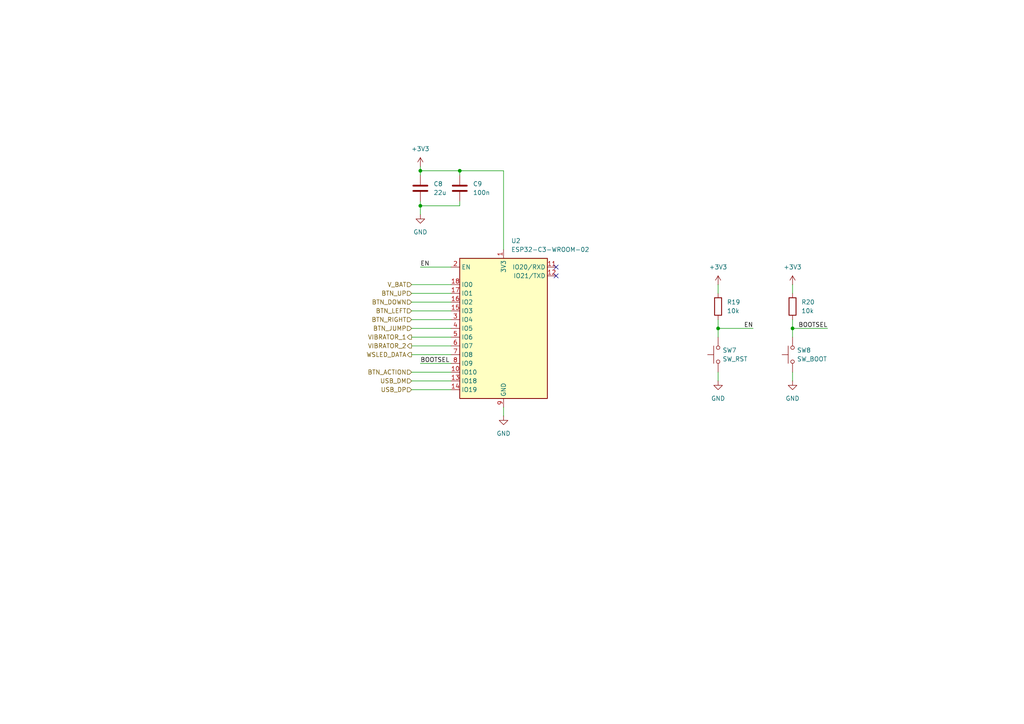
<source format=kicad_sch>
(kicad_sch (version 20231120) (generator "eeschema") (generator_version "8.0")
  (paper "A4")
  (lib_symbols
    (symbol "Device:C" (pin_numbers hide) (pin_names (offset 0.254))
      (property "Reference" "C" (at 0.635 2.54 0))
      (property "Value" "C" (at 0.635 -2.54 0))
      (symbol "C_0_1"
        (polyline (pts (xy -2.032 -0.762) (xy 2.032 -0.762)) (stroke (width 0.508)))
        (polyline (pts (xy -2.032 0.762) (xy 2.032 0.762)) (stroke (width 0.508)))
      )
      (symbol "C_1_1"
        (pin passive line (at 0 3.81 270) (length 2.794) (name "~") (number "1"))
        (pin passive line (at 0 -3.81 90) (length 2.794) (name "~") (number "2"))
      )
    )
    (symbol "Device:R" (pin_numbers hide) (pin_names (offset 0))
      (property "Reference" "R" (at 2.032 0 90))
      (property "Value" "R" (at 0 0 90))
      (symbol "R_0_1"
        (rectangle (start -1.016 -2.54) (end 1.016 2.54) (stroke (width 0.254)))
      )
      (symbol "R_1_1"
        (pin passive line (at 0 3.81 270) (length 1.27) (name "~") (number "1"))
        (pin passive line (at 0 -3.81 90) (length 1.27) (name "~") (number "2"))
      )
    )
    (symbol "RF_Module:ESP32-C3-WROOM-02"
      (property "Reference" "U" (at -12.192 21.336 0))
      (property "Value" "ESP32-C3-WROOM-02" (at 12.192 21.336 0))
      (symbol "ESP32-C3-WROOM-02_1_1"
        (rectangle (start -12.7 20.32) (end 12.7 -20.32) (stroke (width 0.254)) (fill (type background)))
        (pin power_in line (at 0 22.86 270) (length 2.54) (name "3V3") (number "1"))
        (pin bidirectional line (at -15.24 -12.7 0) (length 2.54) (name "IO10") (number "10"))
        (pin bidirectional line (at 15.24 17.78 180) (length 2.54) (name "IO20/RXD") (number "11"))
        (pin bidirectional line (at 15.24 15.24 180) (length 2.54) (name "IO21/TXD") (number "12"))
        (pin bidirectional line (at -15.24 -15.24 0) (length 2.54) (name "IO18") (number "13"))
        (pin bidirectional line (at -15.24 -17.78 0) (length 2.54) (name "IO19") (number "14"))
        (pin bidirectional line (at -15.24 5.08 0) (length 2.54) (name "IO3") (number "15"))
        (pin bidirectional line (at -15.24 7.62 0) (length 2.54) (name "IO2") (number "16"))
        (pin bidirectional line (at -15.24 10.16 0) (length 2.54) (name "IO1") (number "17"))
        (pin bidirectional line (at -15.24 12.7 0) (length 2.54) (name "IO0") (number "18"))
        (pin passive line (at 0 -22.86 90) (length 2.54) hide (name "GND") (number "19"))
        (pin input line (at -15.24 17.78 0) (length 2.54) (name "EN") (number "2"))
        (pin bidirectional line (at -15.24 2.54 0) (length 2.54) (name "IO4") (number "3"))
        (pin bidirectional line (at -15.24 0 0) (length 2.54) (name "IO5") (number "4"))
        (pin bidirectional line (at -15.24 -2.54 0) (length 2.54) (name "IO6") (number "5"))
        (pin bidirectional line (at -15.24 -5.08 0) (length 2.54) (name "IO7") (number "6"))
        (pin bidirectional line (at -15.24 -7.62 0) (length 2.54) (name "IO8") (number "7"))
        (pin bidirectional line (at -15.24 -10.16 0) (length 2.54) (name "IO9") (number "8"))
        (pin power_in line (at 0 -22.86 90) (length 2.54) (name "GND") (number "9"))
      )
    )
    (symbol "Switch:SW_Push" (pin_numbers hide) (pin_names (offset 1.016) hide)
      (property "Reference" "SW" (at 1.27 2.54 0))
      (property "Value" "SW_Push" (at 0 -1.524 0))
      (symbol "SW_Push_0_1"
        (circle (center -2.032 0) (radius 0.508))
        (polyline (pts (xy 0 1.27) (xy 0 3.048)))
        (polyline (pts (xy 2.54 1.27) (xy -2.54 1.27)))
        (circle (center 2.032 0) (radius 0.508))
        (pin passive line (at -5.08 0 0) (length 2.54) (name "1") (number "1"))
        (pin passive line (at 5.08 0 180) (length 2.54) (name "2") (number "2"))
      )
    )
    (symbol "power:+3V3" (power) (pin_numbers hide) (pin_names (offset 0) hide)
      (property "Value" "+3V3" (at 0 3.556 0))
      (symbol "+3V3_0_1"
        (polyline (pts (xy -0.762 1.27) (xy 0 2.54)))
        (polyline (pts (xy 0 0) (xy 0 2.54)))
        (polyline (pts (xy 0 2.54) (xy 0.762 1.27)))
      )
      (symbol "+3V3_1_1"
        (pin power_in line (at 0 0 90) (length 0) (name "~") (number "1"))
      )
    )
    (symbol "power:GND" (power) (pin_numbers hide) (pin_names (offset 0) hide)
      (property "Value" "GND" (at 0 -3.81 0))
      (symbol "GND_0_1"
        (polyline (pts (xy 0 0) (xy 0 -1.27) (xy 1.27 -1.27) (xy 0 -2.54) (xy -1.27 -1.27) (xy 0 -1.27)))
      )
      (symbol "GND_1_1"
        (pin power_in line (at 0 0 270) (length 0) (name "~") (number "1"))
      )
    )
  )
  (junction (at 133.35 49.53))
  (junction (at 121.92 59.69))
  (junction (at 229.87 95.25))
  (junction (at 208.28 95.25))
  (junction (at 121.92 49.53))
  (no_connect (at 161.29 80.01))
  (no_connect (at 161.29 77.47))
  (wire (pts (xy 229.87 95.25) (xy 240.03 95.25)))
  (wire (pts (xy 133.35 49.53) (xy 133.35 50.8)))
  (wire (pts (xy 119.38 113.03) (xy 130.81 113.03)))
  (wire (pts (xy 229.87 95.25) (xy 229.87 97.79)))
  (wire (pts (xy 119.38 85.09) (xy 130.81 85.09)))
  (wire (pts (xy 146.05 118.11) (xy 146.05 120.65)))
  (wire (pts (xy 119.38 82.55) (xy 130.81 82.55)))
  (wire (pts (xy 229.87 82.55) (xy 229.87 85.09)))
  (wire (pts (xy 146.05 49.53) (xy 133.35 49.53)))
  (wire (pts (xy 121.92 59.69) (xy 133.35 59.69)))
  (wire (pts (xy 146.05 49.53) (xy 146.05 72.39)))
  (wire (pts (xy 133.35 59.69) (xy 133.35 58.42)))
  (wire (pts (xy 119.38 90.17) (xy 130.81 90.17)))
  (wire (pts (xy 119.38 102.87) (xy 130.81 102.87)))
  (wire (pts (xy 208.28 82.55) (xy 208.28 85.09)))
  (wire (pts (xy 121.92 58.42) (xy 121.92 59.69)))
  (wire (pts (xy 121.92 105.41) (xy 130.81 105.41)))
  (wire (pts (xy 208.28 95.25) (xy 208.28 97.79)))
  (wire (pts (xy 121.92 59.69) (xy 121.92 62.23)))
  (wire (pts (xy 121.92 48.26) (xy 121.92 49.53)))
  (wire (pts (xy 119.38 110.49) (xy 130.81 110.49)))
  (wire (pts (xy 119.38 95.25) (xy 130.81 95.25)))
  (wire (pts (xy 121.92 77.47) (xy 130.81 77.47)))
  (wire (pts (xy 229.87 107.95) (xy 229.87 110.49)))
  (wire (pts (xy 121.92 49.53) (xy 133.35 49.53)))
  (wire (pts (xy 119.38 87.63) (xy 130.81 87.63)))
  (wire (pts (xy 208.28 107.95) (xy 208.28 110.49)))
  (wire (pts (xy 119.38 107.95) (xy 130.81 107.95)))
  (wire (pts (xy 229.87 92.71) (xy 229.87 95.25)))
  (wire (pts (xy 119.38 100.33) (xy 130.81 100.33)))
  (wire (pts (xy 121.92 49.53) (xy 121.92 50.8)))
  (wire (pts (xy 119.38 97.79) (xy 130.81 97.79)))
  (wire (pts (xy 208.28 92.71) (xy 208.28 95.25)))
  (wire (pts (xy 208.28 95.25) (xy 218.44 95.25)))
  (wire (pts (xy 119.38 92.71) (xy 130.81 92.71)))
  (label "EN" (at 121.92 77.47 0))
  (label "EN" (at 218.44 95.25 180))
  (label "BOOTSEL" (at 121.92 105.41 0))
  (label "BOOTSEL" (at 240.03 95.25 180))
  (hierarchical_label "BTN_JUMP" (shape input) (at 119.38 95.25 180))
  (hierarchical_label "WSLED_DATA" (shape output) (at 119.38 102.87 180))
  (hierarchical_label "USB_DP" (shape input) (at 119.38 113.03 180))
  (hierarchical_label "BTN_LEFT" (shape input) (at 119.38 90.17 180))
  (hierarchical_label "BTN_DOWN" (shape input) (at 119.38 87.63 180))
  (hierarchical_label "V_BAT" (shape input) (at 119.38 82.55 180))
  (hierarchical_label "VIBRATOR_2" (shape output) (at 119.38 100.33 180))
  (hierarchical_label "BTN_UP" (shape input) (at 119.38 85.09 180))
  (hierarchical_label "VIBRATOR_1" (shape output) (at 119.38 97.79 180))
  (hierarchical_label "BTN_ACTION" (shape input) (at 119.38 107.95 180))
  (hierarchical_label "BTN_RIGHT" (shape input) (at 119.38 92.71 180))
  (hierarchical_label "USB_DM" (shape input) (at 119.38 110.49 180))
  (symbol (lib_id "power:GND") (at 208.28 110.49 0) (unit 1)
    (property "Reference" "#PWR028" (effects (hide yes)))
    (property "Value" "GND" (at 208.28 115.57 0))
    (property "Description" "Power symbol creates a global label with name \"GND\" , ground" (effects (hide yes)))
  )
  (symbol (lib_id "power:GND") (at 121.92 62.23 0) (unit 1)
    (property "Reference" "#PWR025" (effects (hide yes)))
    (property "Value" "GND" (at 121.92 67.31 0))
    (property "Description" "Power symbol creates a global label with name \"GND\" , ground" (effects (hide yes)))
  )
  (symbol (lib_id "power:+3V3") (at 121.92 48.26 0) (unit 1)
    (property "Reference" "#PWR024" (effects (hide yes)))
    (property "Value" "+3V3" (at 121.92 43.18 0))
    (property "Description" "Power symbol creates a global label with name \"+3V3\"" (effects (hide yes)))
  )
  (symbol (lib_id "Device:R") (at 229.87 88.9 0) (unit 1)
    (property "Reference" "R20" (at 232.41 87.6299 0) (effects (justify left)))
    (property "Value" "10k" (at 232.41 90.1699 0) (effects (justify left)))
    (property "Footprint" "Resistor_SMD:R_0603_1608Metric" (effects (hide yes)))
    (property "Description" "Resistor" (effects (hide yes)))
  )
  (symbol (lib_id "power:+3V3") (at 208.28 82.55 0) (unit 1)
    (property "Reference" "#PWR027" (effects (hide yes)))
    (property "Value" "+3V3" (at 208.28 77.47 0))
    (property "Description" "Power symbol creates a global label with name \"+3V3\"" (effects (hide yes)))
  )
  (symbol (lib_id "Device:C") (at 121.92 54.61 0) (unit 1)
    (property "Reference" "C8" (at 125.73 53.3399 0) (effects (justify left)))
    (property "Value" "22u" (at 125.73 55.8799 0) (effects (justify left)))
    (property "Footprint" "Capacitor_SMD:C_0805_2012Metric" (effects (hide yes)))
    (property "Description" "Unpolarized capacitor" (effects (hide yes)))
  )
  (symbol (lib_id "Device:C") (at 133.35 54.61 0) (unit 1)
    (property "Reference" "C9" (at 137.16 53.3399 0) (effects (justify left)))
    (property "Value" "100n" (at 137.16 55.8799 0) (effects (justify left)))
    (property "Footprint" "Capacitor_SMD:C_0603_1608Metric" (effects (hide yes)))
    (property "Description" "Unpolarized capacitor" (effects (hide yes)))
  )
  (symbol (lib_id "power:GND") (at 229.87 110.49 0) (unit 1)
    (property "Reference" "#PWR030" (effects (hide yes)))
    (property "Value" "GND" (at 229.87 115.57 0))
    (property "Description" "Power symbol creates a global label with name \"GND\" , ground" (effects (hide yes)))
  )
  (symbol (lib_id "power:+3V3") (at 229.87 82.55 0) (unit 1)
    (property "Reference" "#PWR029" (effects (hide yes)))
    (property "Value" "+3V3" (at 229.87 77.47 0))
    (property "Description" "Power symbol creates a global label with name \"+3V3\"" (effects (hide yes)))
  )
  (symbol (lib_id "power:GND") (at 146.05 120.65 0) (unit 1)
    (property "Reference" "#PWR026" (effects (hide yes)))
    (property "Value" "GND" (at 146.05 125.73 0))
    (property "Description" "Power symbol creates a global label with name \"GND\" , ground" (effects (hide yes)))
  )
  (symbol (lib_id "RF_Module:ESP32-C3-WROOM-02") (at 146.05 95.25 0) (unit 1)
    (property "Reference" "U2" (at 148.2441 69.85 0) (effects (justify left)))
    (property "Value" "ESP32-C3-WROOM-02" (at 148.2441 72.39 0) (effects (justify left)))
    (property "Footprint" "RF_Module:ESP32-C3-WROOM-02" (effects (hide yes)))
    (property "Datasheet" "https://www.espressif.com/sites/default/files/documentation/esp32-c3-wroom-02_datasheet_en.pdf" (effects (hide yes)))
    (property "Description" "802.11 b/g/n Wi­Fi and Bluetooth 5 module, ESP32­C3 SoC, RISC­V microprocessor, On-board antenna" (effects (hide yes)))
  )
  (symbol (lib_id "Switch:SW_Push") (at 229.87 102.87 90) (unit 1)
    (property "Reference" "SW8" (at 231.14 101.5999 90) (effects (justify right)))
    (property "Value" "SW_BOOT" (at 231.14 104.1399 90) (effects (justify right)))
    (property "Footprint" "Button_Switch_SMD:SW_SPST_TL3342" (effects (hide yes)))
    (property "Description" "Push button switch, generic, two pins" (effects (hide yes)))
  )
  (symbol (lib_id "Device:R") (at 208.28 88.9 0) (unit 1)
    (property "Reference" "R19" (at 210.82 87.6299 0) (effects (justify left)))
    (property "Value" "10k" (at 210.82 90.1699 0) (effects (justify left)))
    (property "Footprint" "Resistor_SMD:R_0603_1608Metric" (effects (hide yes)))
    (property "Description" "Resistor" (effects (hide yes)))
  )
  (symbol (lib_id "Switch:SW_Push") (at 208.28 102.87 90) (unit 1)
    (property "Reference" "SW7" (at 209.55 101.5999 90) (effects (justify right)))
    (property "Value" "SW_RST" (at 209.55 104.1399 90) (effects (justify right)))
    (property "Footprint" "Button_Switch_SMD:SW_SPST_TL3342" (effects (hide yes)))
    (property "Description" "Push button switch, generic, two pins" (effects (hide yes)))
  )
)
</source>
